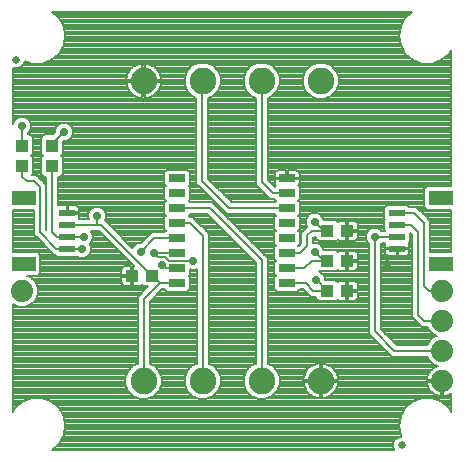
<source format=gtl>
G75*
%MOIN*%
%OFA0B0*%
%FSLAX25Y25*%
%IPPOS*%
%LPD*%
%AMOC8*
5,1,8,0,0,1.08239X$1,22.5*
%
%ADD10C,0.02500*%
%ADD11R,0.07874X0.04724*%
%ADD12R,0.05315X0.02362*%
%ADD13C,0.07400*%
%ADD14R,0.04331X0.03937*%
%ADD15R,0.03937X0.04331*%
%ADD16R,0.05500X0.02550*%
%ADD17C,0.08858*%
%ADD18C,0.00600*%
%ADD19C,0.00800*%
%ADD20C,0.02900*%
D10*
X0279833Y0203500D03*
X0151333Y0332000D03*
D11*
X0153865Y0286024D03*
X0153865Y0263976D03*
X0292802Y0263976D03*
X0292802Y0286024D03*
D12*
X0278333Y0280906D03*
X0278333Y0276969D03*
X0278333Y0273031D03*
X0278333Y0269094D03*
X0168333Y0269094D03*
X0168333Y0273031D03*
X0168333Y0276969D03*
X0168333Y0280906D03*
D13*
X0153333Y0255000D03*
X0293333Y0255000D03*
X0293333Y0245000D03*
X0293333Y0235000D03*
X0293333Y0225000D03*
D14*
X0261680Y0255000D03*
X0254987Y0255000D03*
X0254987Y0265000D03*
X0261680Y0265000D03*
X0261680Y0275000D03*
X0254987Y0275000D03*
X0196680Y0260000D03*
X0189987Y0260000D03*
D15*
X0163333Y0296654D03*
X0163333Y0303346D03*
X0153333Y0303346D03*
X0153333Y0296654D03*
D16*
X0205026Y0292500D03*
X0205026Y0287500D03*
X0205026Y0282500D03*
X0205026Y0277500D03*
X0205026Y0272500D03*
X0205026Y0267500D03*
X0205026Y0262500D03*
X0205026Y0257500D03*
X0241640Y0257500D03*
X0241640Y0262500D03*
X0241640Y0267500D03*
X0241640Y0272500D03*
X0241640Y0277500D03*
X0241640Y0282500D03*
X0241640Y0287500D03*
X0241640Y0292500D03*
D17*
X0233176Y0325000D03*
X0252861Y0325000D03*
X0213491Y0325000D03*
X0193806Y0325000D03*
X0193806Y0225000D03*
X0213491Y0225000D03*
X0233176Y0225000D03*
X0252861Y0225000D03*
D18*
X0197180Y0260500D02*
X0196680Y0260000D01*
D19*
X0165567Y0203930D02*
X0163267Y0202000D01*
X0277370Y0202000D01*
X0276983Y0202933D01*
X0276983Y0204067D01*
X0277417Y0205114D01*
X0278219Y0205916D01*
X0279266Y0206350D01*
X0279702Y0206350D01*
X0279459Y0206770D01*
X0279459Y0206770D01*
X0278890Y0210000D01*
X0278890Y0210000D01*
X0279459Y0213230D01*
X0279459Y0213230D01*
X0281099Y0216070D01*
X0281099Y0216070D01*
X0281099Y0216070D01*
X0283612Y0218178D01*
X0283612Y0218178D01*
X0286693Y0219300D01*
X0289973Y0219300D01*
X0293055Y0218178D01*
X0293055Y0218178D01*
X0295567Y0216070D01*
X0295567Y0216070D01*
X0296333Y0214744D01*
X0296333Y0220876D01*
X0296006Y0220638D01*
X0295291Y0220274D01*
X0294528Y0220026D01*
X0293735Y0219900D01*
X0293733Y0219900D01*
X0293733Y0224600D01*
X0292933Y0224600D01*
X0288233Y0224600D01*
X0288233Y0224599D01*
X0288359Y0223806D01*
X0288607Y0223042D01*
X0288971Y0222327D01*
X0289443Y0221678D01*
X0290011Y0221110D01*
X0290660Y0220638D01*
X0291376Y0220274D01*
X0292139Y0220026D01*
X0292932Y0219900D01*
X0292933Y0219900D01*
X0292933Y0224600D01*
X0292933Y0225400D01*
X0288233Y0225400D01*
X0288233Y0225401D01*
X0288359Y0226194D01*
X0288607Y0226958D01*
X0288971Y0227673D01*
X0289443Y0228322D01*
X0290011Y0228890D01*
X0290660Y0229362D01*
X0291376Y0229726D01*
X0291846Y0229879D01*
X0290331Y0230507D01*
X0288840Y0231998D01*
X0288425Y0233000D01*
X0276505Y0233000D01*
X0270005Y0239500D01*
X0268833Y0240672D01*
X0268833Y0270687D01*
X0268248Y0271272D01*
X0267783Y0272393D01*
X0267783Y0273607D01*
X0268248Y0274728D01*
X0269106Y0275586D01*
X0270227Y0276050D01*
X0271440Y0276050D01*
X0272561Y0275586D01*
X0273115Y0275031D01*
X0274169Y0275031D01*
X0274076Y0275125D01*
X0274076Y0278812D01*
X0274201Y0278937D01*
X0274076Y0279062D01*
X0274076Y0282749D01*
X0275013Y0283687D01*
X0281654Y0283687D01*
X0282435Y0282905D01*
X0284756Y0282905D01*
X0288162Y0279500D01*
X0289333Y0278328D01*
X0289333Y0267939D01*
X0296333Y0267939D01*
X0296333Y0282061D01*
X0288202Y0282061D01*
X0287265Y0282999D01*
X0287265Y0289049D01*
X0288202Y0289986D01*
X0296333Y0289986D01*
X0296333Y0335256D01*
X0295567Y0333930D01*
X0295567Y0333930D01*
X0295567Y0333930D01*
X0293055Y0331822D01*
X0293055Y0331822D01*
X0289973Y0330700D01*
X0286693Y0330700D01*
X0283612Y0331822D01*
X0283612Y0331822D01*
X0281099Y0333930D01*
X0281099Y0333930D01*
X0279459Y0336770D01*
X0279459Y0336770D01*
X0278890Y0340000D01*
X0278890Y0340000D01*
X0279459Y0343230D01*
X0281099Y0346070D01*
X0281099Y0346070D01*
X0283399Y0348000D01*
X0163267Y0348000D01*
X0165567Y0346070D01*
X0165567Y0346070D01*
X0167207Y0343230D01*
X0167207Y0343230D01*
X0167777Y0340000D01*
X0167207Y0336770D01*
X0167207Y0336770D01*
X0165567Y0333930D01*
X0165567Y0333930D01*
X0163055Y0331822D01*
X0163055Y0331822D01*
X0159973Y0330700D01*
X0156693Y0330700D01*
X0154183Y0331614D01*
X0154183Y0331433D01*
X0153749Y0330386D01*
X0152948Y0329584D01*
X0151900Y0329150D01*
X0150766Y0329150D01*
X0150333Y0329329D01*
X0150333Y0310727D01*
X0150748Y0311728D01*
X0151606Y0312586D01*
X0152727Y0313050D01*
X0153940Y0313050D01*
X0155061Y0312586D01*
X0155919Y0311728D01*
X0156383Y0310607D01*
X0156383Y0309393D01*
X0155919Y0308272D01*
X0155333Y0307687D01*
X0155333Y0307112D01*
X0155965Y0307112D01*
X0156902Y0306175D01*
X0156902Y0300518D01*
X0156383Y0300000D01*
X0156902Y0299482D01*
X0156902Y0293825D01*
X0156576Y0293500D01*
X0158162Y0293500D01*
X0159333Y0292328D01*
X0160162Y0291500D01*
X0160162Y0291500D01*
X0161333Y0290328D01*
X0161333Y0275328D01*
X0161333Y0275328D01*
X0161333Y0292888D01*
X0160702Y0292888D01*
X0159765Y0293825D01*
X0159765Y0299482D01*
X0160283Y0300000D01*
X0159765Y0300518D01*
X0159765Y0306175D01*
X0160702Y0307112D01*
X0163617Y0307112D01*
X0164283Y0307778D01*
X0164283Y0308607D01*
X0164748Y0309728D01*
X0165606Y0310586D01*
X0166727Y0311050D01*
X0167940Y0311050D01*
X0169061Y0310586D01*
X0169919Y0309728D01*
X0170383Y0308607D01*
X0170383Y0307393D01*
X0169919Y0306272D01*
X0169061Y0305414D01*
X0167940Y0304950D01*
X0167112Y0304950D01*
X0166902Y0304740D01*
X0166902Y0300518D01*
X0166383Y0300000D01*
X0166902Y0299482D01*
X0166902Y0293825D01*
X0165965Y0292888D01*
X0165333Y0292888D01*
X0165333Y0283444D01*
X0165492Y0283487D01*
X0168143Y0283487D01*
X0168143Y0281096D01*
X0168524Y0281096D01*
X0172391Y0281096D01*
X0172391Y0282271D01*
X0172295Y0282627D01*
X0172111Y0282946D01*
X0171850Y0283207D01*
X0171531Y0283391D01*
X0171175Y0283487D01*
X0168524Y0283487D01*
X0168524Y0281096D01*
X0168524Y0280715D01*
X0172391Y0280715D01*
X0172391Y0279540D01*
X0172295Y0279184D01*
X0172267Y0279136D01*
X0172435Y0278968D01*
X0175459Y0278968D01*
X0175283Y0279393D01*
X0175283Y0280607D01*
X0175748Y0281728D01*
X0176606Y0282586D01*
X0177727Y0283050D01*
X0178940Y0283050D01*
X0180061Y0282586D01*
X0180919Y0281728D01*
X0181383Y0280607D01*
X0181383Y0279393D01*
X0181012Y0278496D01*
X0181711Y0277797D01*
X0190109Y0269399D01*
X0190248Y0269735D01*
X0191106Y0270593D01*
X0192227Y0271057D01*
X0193055Y0271057D01*
X0196498Y0274500D01*
X0200738Y0274500D01*
X0201239Y0275000D01*
X0200676Y0275562D01*
X0200676Y0279438D01*
X0201239Y0280000D01*
X0200676Y0280562D01*
X0200676Y0284438D01*
X0201239Y0285000D01*
X0200676Y0285562D01*
X0200676Y0289438D01*
X0201239Y0290000D01*
X0200676Y0290562D01*
X0200676Y0294438D01*
X0201613Y0295375D01*
X0208439Y0295375D01*
X0209376Y0294438D01*
X0209376Y0290562D01*
X0208814Y0290000D01*
X0209376Y0289438D01*
X0209376Y0285562D01*
X0208814Y0285000D01*
X0209314Y0284500D01*
X0216662Y0284500D01*
X0217833Y0283328D01*
X0217833Y0283328D01*
X0234004Y0267157D01*
X0234004Y0267157D01*
X0235176Y0265986D01*
X0235176Y0230697D01*
X0236591Y0230111D01*
X0238287Y0228415D01*
X0239205Y0226199D01*
X0239205Y0223801D01*
X0238287Y0221585D01*
X0236591Y0219889D01*
X0234375Y0218971D01*
X0231977Y0218971D01*
X0229761Y0219889D01*
X0228065Y0221585D01*
X0227147Y0223801D01*
X0227147Y0226199D01*
X0228065Y0228415D01*
X0229761Y0230111D01*
X0231176Y0230697D01*
X0231176Y0264329D01*
X0215005Y0280500D01*
X0209314Y0280500D01*
X0208814Y0280000D01*
X0209314Y0279500D01*
X0210162Y0279500D01*
X0211333Y0278328D01*
X0215491Y0274171D01*
X0215491Y0230697D01*
X0216906Y0230111D01*
X0218602Y0228415D01*
X0219520Y0226199D01*
X0219520Y0223801D01*
X0218602Y0221585D01*
X0216906Y0219889D01*
X0214690Y0218971D01*
X0212292Y0218971D01*
X0210076Y0219889D01*
X0208380Y0221585D01*
X0207462Y0223801D01*
X0207462Y0226199D01*
X0208380Y0228415D01*
X0210076Y0230111D01*
X0211491Y0230697D01*
X0211491Y0262178D01*
X0210940Y0261950D01*
X0209727Y0261950D01*
X0209376Y0262095D01*
X0209376Y0260562D01*
X0208814Y0260000D01*
X0209376Y0259438D01*
X0209376Y0255562D01*
X0208439Y0254625D01*
X0201613Y0254625D01*
X0200739Y0255500D01*
X0200008Y0255500D01*
X0195806Y0251298D01*
X0195806Y0230697D01*
X0197221Y0230111D01*
X0198917Y0228415D01*
X0199835Y0226199D01*
X0199835Y0223801D01*
X0198917Y0221585D01*
X0197221Y0219889D01*
X0195005Y0218971D01*
X0192606Y0218971D01*
X0190391Y0219889D01*
X0188695Y0221585D01*
X0187777Y0223801D01*
X0187777Y0226199D01*
X0188695Y0228415D01*
X0190391Y0230111D01*
X0191806Y0230697D01*
X0191806Y0252954D01*
X0195283Y0256431D01*
X0193852Y0256431D01*
X0193192Y0257091D01*
X0193012Y0256911D01*
X0192693Y0256727D01*
X0192337Y0256631D01*
X0190387Y0256631D01*
X0190387Y0259600D01*
X0189587Y0259600D01*
X0189587Y0256631D01*
X0187637Y0256631D01*
X0187281Y0256727D01*
X0186962Y0256911D01*
X0186701Y0257172D01*
X0186517Y0257491D01*
X0186422Y0257847D01*
X0186422Y0259600D01*
X0189587Y0259600D01*
X0189587Y0260400D01*
X0189587Y0263368D01*
X0187637Y0263368D01*
X0187281Y0263273D01*
X0186962Y0263089D01*
X0186701Y0262828D01*
X0186517Y0262509D01*
X0186422Y0262153D01*
X0186422Y0260400D01*
X0189587Y0260400D01*
X0190387Y0260400D01*
X0190387Y0263368D01*
X0190483Y0263368D01*
X0178883Y0274969D01*
X0176178Y0274969D01*
X0176419Y0274728D01*
X0176883Y0273607D01*
X0176883Y0272393D01*
X0176419Y0271272D01*
X0175897Y0270750D01*
X0175919Y0270728D01*
X0176383Y0269607D01*
X0176383Y0268393D01*
X0175919Y0267272D01*
X0175061Y0266414D01*
X0173940Y0265950D01*
X0172727Y0265950D01*
X0171711Y0266371D01*
X0171654Y0266313D01*
X0165013Y0266313D01*
X0164232Y0267094D01*
X0163910Y0267094D01*
X0158505Y0272500D01*
X0157333Y0273672D01*
X0157333Y0282061D01*
X0150333Y0282061D01*
X0150333Y0267939D01*
X0158465Y0267939D01*
X0159402Y0267001D01*
X0159402Y0260951D01*
X0158465Y0260014D01*
X0155078Y0260014D01*
X0156336Y0259493D01*
X0157826Y0258002D01*
X0158633Y0256054D01*
X0158633Y0253946D01*
X0157826Y0251998D01*
X0156336Y0250507D01*
X0154388Y0249700D01*
X0152279Y0249700D01*
X0150333Y0250506D01*
X0150333Y0214744D01*
X0151099Y0216070D01*
X0151099Y0216070D01*
X0151099Y0216070D01*
X0153612Y0218178D01*
X0153612Y0218178D01*
X0156693Y0219300D01*
X0159973Y0219300D01*
X0163055Y0218178D01*
X0163055Y0218178D01*
X0165567Y0216070D01*
X0165567Y0216070D01*
X0167207Y0213230D01*
X0167207Y0213230D01*
X0167777Y0210000D01*
X0167777Y0210000D01*
X0167207Y0206770D01*
X0167207Y0206770D01*
X0165567Y0203930D01*
X0165567Y0203930D01*
X0165567Y0203930D01*
X0165604Y0203993D02*
X0276983Y0203993D01*
X0276983Y0203194D02*
X0164691Y0203194D01*
X0163739Y0202396D02*
X0277206Y0202396D01*
X0277283Y0204791D02*
X0166065Y0204791D01*
X0166526Y0205590D02*
X0277892Y0205590D01*
X0279680Y0206388D02*
X0166987Y0206388D01*
X0167281Y0207187D02*
X0279386Y0207187D01*
X0279245Y0207985D02*
X0167421Y0207985D01*
X0167562Y0208784D02*
X0279104Y0208784D01*
X0278964Y0209582D02*
X0167703Y0209582D01*
X0167710Y0210381D02*
X0278957Y0210381D01*
X0279098Y0211179D02*
X0167569Y0211179D01*
X0167428Y0211978D02*
X0279239Y0211978D01*
X0279379Y0212776D02*
X0167287Y0212776D01*
X0167008Y0213575D02*
X0279658Y0213575D01*
X0280120Y0214373D02*
X0166547Y0214373D01*
X0166086Y0215172D02*
X0280581Y0215172D01*
X0281042Y0215970D02*
X0165625Y0215970D01*
X0164735Y0216769D02*
X0281932Y0216769D01*
X0282883Y0217567D02*
X0163783Y0217567D01*
X0162540Y0218366D02*
X0284127Y0218366D01*
X0286321Y0219164D02*
X0234842Y0219164D01*
X0236665Y0219963D02*
X0249907Y0219963D01*
X0249806Y0220014D02*
X0250623Y0219598D01*
X0251496Y0219314D01*
X0252402Y0219171D01*
X0252461Y0219171D01*
X0252461Y0224600D01*
X0253261Y0224600D01*
X0253261Y0225400D01*
X0258690Y0225400D01*
X0258690Y0225459D01*
X0258546Y0226365D01*
X0258263Y0227238D01*
X0257846Y0228055D01*
X0257307Y0228797D01*
X0256658Y0229446D01*
X0255916Y0229986D01*
X0255098Y0230402D01*
X0254226Y0230686D01*
X0253320Y0230829D01*
X0253261Y0230829D01*
X0253261Y0225400D01*
X0252461Y0225400D01*
X0252461Y0230829D01*
X0252402Y0230829D01*
X0251496Y0230686D01*
X0250623Y0230402D01*
X0249806Y0229986D01*
X0249063Y0229446D01*
X0248415Y0228797D01*
X0247875Y0228055D01*
X0247459Y0227238D01*
X0247175Y0226365D01*
X0247032Y0225459D01*
X0247032Y0225400D01*
X0252461Y0225400D01*
X0252461Y0224600D01*
X0247032Y0224600D01*
X0247032Y0224541D01*
X0247175Y0223635D01*
X0247459Y0222762D01*
X0247875Y0221945D01*
X0248415Y0221203D01*
X0249063Y0220554D01*
X0249806Y0220014D01*
X0248856Y0220761D02*
X0237464Y0220761D01*
X0238262Y0221560D02*
X0248155Y0221560D01*
X0247665Y0222358D02*
X0238608Y0222358D01*
X0238938Y0223157D02*
X0247331Y0223157D01*
X0247125Y0223955D02*
X0239205Y0223955D01*
X0239205Y0224754D02*
X0252461Y0224754D01*
X0252461Y0225552D02*
X0253261Y0225552D01*
X0253261Y0224754D02*
X0292933Y0224754D01*
X0292933Y0223955D02*
X0293733Y0223955D01*
X0293733Y0223157D02*
X0292933Y0223157D01*
X0292933Y0222358D02*
X0293733Y0222358D01*
X0293733Y0221560D02*
X0292933Y0221560D01*
X0292933Y0220761D02*
X0293733Y0220761D01*
X0293733Y0219963D02*
X0292933Y0219963D01*
X0292536Y0219963D02*
X0255815Y0219963D01*
X0255916Y0220014D02*
X0256658Y0220554D01*
X0257307Y0221203D01*
X0257846Y0221945D01*
X0258263Y0222762D01*
X0258546Y0223635D01*
X0258690Y0224541D01*
X0258690Y0224600D01*
X0253261Y0224600D01*
X0253261Y0219171D01*
X0253320Y0219171D01*
X0254226Y0219314D01*
X0255098Y0219598D01*
X0255916Y0220014D01*
X0256866Y0220761D02*
X0290491Y0220761D01*
X0289561Y0221560D02*
X0257567Y0221560D01*
X0258057Y0222358D02*
X0288955Y0222358D01*
X0288570Y0223157D02*
X0258391Y0223157D01*
X0258597Y0223955D02*
X0288335Y0223955D01*
X0288257Y0225552D02*
X0258675Y0225552D01*
X0258549Y0226351D02*
X0288410Y0226351D01*
X0288705Y0227149D02*
X0258292Y0227149D01*
X0257901Y0227948D02*
X0289171Y0227948D01*
X0289867Y0228746D02*
X0257344Y0228746D01*
X0256522Y0229545D02*
X0291020Y0229545D01*
X0290726Y0230343D02*
X0255214Y0230343D01*
X0253261Y0230343D02*
X0252461Y0230343D01*
X0252461Y0229545D02*
X0253261Y0229545D01*
X0253261Y0228746D02*
X0252461Y0228746D01*
X0252461Y0227948D02*
X0253261Y0227948D01*
X0253261Y0227149D02*
X0252461Y0227149D01*
X0252461Y0226351D02*
X0253261Y0226351D01*
X0253261Y0223955D02*
X0252461Y0223955D01*
X0252461Y0223157D02*
X0253261Y0223157D01*
X0253261Y0222358D02*
X0252461Y0222358D01*
X0252461Y0221560D02*
X0253261Y0221560D01*
X0253261Y0220761D02*
X0252461Y0220761D01*
X0252461Y0219963D02*
X0253261Y0219963D01*
X0247047Y0225552D02*
X0239205Y0225552D01*
X0239142Y0226351D02*
X0247173Y0226351D01*
X0247430Y0227149D02*
X0238811Y0227149D01*
X0238481Y0227948D02*
X0247821Y0227948D01*
X0248378Y0228746D02*
X0237956Y0228746D01*
X0237157Y0229545D02*
X0249199Y0229545D01*
X0250508Y0230343D02*
X0236031Y0230343D01*
X0235176Y0231142D02*
X0289696Y0231142D01*
X0288898Y0231940D02*
X0235176Y0231940D01*
X0235176Y0232739D02*
X0288533Y0232739D01*
X0288425Y0237000D02*
X0278162Y0237000D01*
X0272833Y0242328D01*
X0272833Y0270687D01*
X0273178Y0271031D01*
X0274232Y0271031D01*
X0274399Y0270864D01*
X0274371Y0270816D01*
X0274276Y0270460D01*
X0274276Y0269285D01*
X0278143Y0269285D01*
X0278143Y0268904D01*
X0278524Y0268904D01*
X0278524Y0269285D01*
X0282391Y0269285D01*
X0282391Y0270460D01*
X0282295Y0270816D01*
X0282267Y0270864D01*
X0282591Y0271188D01*
X0282591Y0274414D01*
X0283333Y0273672D01*
X0283333Y0246172D01*
X0284505Y0245000D01*
X0285333Y0244172D01*
X0285333Y0244172D01*
X0286505Y0243000D01*
X0288425Y0243000D01*
X0288840Y0241998D01*
X0290331Y0240507D01*
X0291555Y0240000D01*
X0290331Y0239493D01*
X0288840Y0238002D01*
X0288425Y0237000D01*
X0288645Y0237530D02*
X0277632Y0237530D01*
X0276833Y0238329D02*
X0289167Y0238329D01*
X0289965Y0239127D02*
X0276035Y0239127D01*
X0275236Y0239926D02*
X0291375Y0239926D01*
X0290114Y0240724D02*
X0274438Y0240724D01*
X0273639Y0241523D02*
X0289315Y0241523D01*
X0288706Y0242321D02*
X0272841Y0242321D01*
X0272833Y0243120D02*
X0286385Y0243120D01*
X0285587Y0243918D02*
X0272833Y0243918D01*
X0272833Y0244717D02*
X0284788Y0244717D01*
X0284505Y0245000D02*
X0284505Y0245000D01*
X0283990Y0245515D02*
X0272833Y0245515D01*
X0272833Y0246314D02*
X0283333Y0246314D01*
X0283333Y0247112D02*
X0272833Y0247112D01*
X0272833Y0247911D02*
X0283333Y0247911D01*
X0283333Y0248709D02*
X0272833Y0248709D01*
X0272833Y0249508D02*
X0283333Y0249508D01*
X0283333Y0250306D02*
X0272833Y0250306D01*
X0272833Y0251105D02*
X0283333Y0251105D01*
X0283333Y0251903D02*
X0272833Y0251903D01*
X0272833Y0252702D02*
X0283333Y0252702D01*
X0283333Y0253500D02*
X0272833Y0253500D01*
X0272833Y0254299D02*
X0283333Y0254299D01*
X0283333Y0255097D02*
X0272833Y0255097D01*
X0272833Y0255896D02*
X0283333Y0255896D01*
X0283333Y0256694D02*
X0272833Y0256694D01*
X0272833Y0257493D02*
X0283333Y0257493D01*
X0283333Y0258291D02*
X0272833Y0258291D01*
X0272833Y0259090D02*
X0283333Y0259090D01*
X0283333Y0259888D02*
X0272833Y0259888D01*
X0272833Y0260687D02*
X0283333Y0260687D01*
X0283333Y0261485D02*
X0272833Y0261485D01*
X0272833Y0262284D02*
X0283333Y0262284D01*
X0283333Y0263082D02*
X0272833Y0263082D01*
X0272833Y0263881D02*
X0283333Y0263881D01*
X0283333Y0264679D02*
X0272833Y0264679D01*
X0272833Y0265478D02*
X0283333Y0265478D01*
X0283333Y0266276D02*
X0272833Y0266276D01*
X0272833Y0267075D02*
X0274543Y0267075D01*
X0274556Y0267054D02*
X0274816Y0266793D01*
X0275135Y0266609D01*
X0275492Y0266513D01*
X0278143Y0266513D01*
X0278143Y0268904D01*
X0274276Y0268904D01*
X0274276Y0267729D01*
X0274371Y0267373D01*
X0274556Y0267054D01*
X0274276Y0267873D02*
X0272833Y0267873D01*
X0272833Y0268672D02*
X0274276Y0268672D01*
X0274276Y0269470D02*
X0272833Y0269470D01*
X0272833Y0270269D02*
X0274276Y0270269D01*
X0278143Y0268672D02*
X0278524Y0268672D01*
X0278524Y0268904D02*
X0278524Y0266513D01*
X0281175Y0266513D01*
X0281531Y0266609D01*
X0281850Y0266793D01*
X0282111Y0267054D01*
X0282295Y0267373D01*
X0282391Y0267729D01*
X0282391Y0268904D01*
X0278524Y0268904D01*
X0278524Y0267873D02*
X0278143Y0267873D01*
X0278143Y0267075D02*
X0278524Y0267075D01*
X0282123Y0267075D02*
X0283333Y0267075D01*
X0283333Y0267873D02*
X0282391Y0267873D01*
X0282391Y0268672D02*
X0283333Y0268672D01*
X0283333Y0269470D02*
X0282391Y0269470D01*
X0282391Y0270269D02*
X0283333Y0270269D01*
X0283333Y0271068D02*
X0282471Y0271068D01*
X0282591Y0271866D02*
X0283333Y0271866D01*
X0283333Y0272665D02*
X0282591Y0272665D01*
X0282591Y0273463D02*
X0283333Y0273463D01*
X0282743Y0274262D02*
X0282591Y0274262D01*
X0282865Y0276969D02*
X0278333Y0276969D01*
X0278333Y0280906D02*
X0283928Y0280906D01*
X0287333Y0277500D01*
X0287333Y0256500D01*
X0288833Y0255000D01*
X0293333Y0255000D01*
X0285333Y0247000D02*
X0285333Y0274500D01*
X0282865Y0276969D01*
X0287012Y0280650D02*
X0296333Y0280650D01*
X0296333Y0281448D02*
X0286214Y0281448D01*
X0285415Y0282247D02*
X0288017Y0282247D01*
X0287265Y0283045D02*
X0282295Y0283045D01*
X0287265Y0283844D02*
X0245990Y0283844D01*
X0245990Y0284438D02*
X0245428Y0285000D01*
X0245990Y0285562D01*
X0245990Y0289438D01*
X0245287Y0290141D01*
X0245511Y0290365D01*
X0245695Y0290685D01*
X0245790Y0291041D01*
X0245790Y0292262D01*
X0241878Y0292262D01*
X0241878Y0292738D01*
X0241403Y0292738D01*
X0241403Y0295175D01*
X0238706Y0295175D01*
X0238350Y0295080D01*
X0238031Y0294895D01*
X0237770Y0294635D01*
X0237586Y0294315D01*
X0237490Y0293959D01*
X0237490Y0292738D01*
X0241403Y0292738D01*
X0241403Y0292262D01*
X0237490Y0292262D01*
X0237490Y0291041D01*
X0237586Y0290685D01*
X0237770Y0290365D01*
X0237994Y0290141D01*
X0237507Y0289655D01*
X0235176Y0291986D01*
X0235176Y0319303D01*
X0236591Y0319889D01*
X0238287Y0321585D01*
X0239205Y0323801D01*
X0239205Y0326199D01*
X0238287Y0328415D01*
X0236591Y0330111D01*
X0234375Y0331029D01*
X0231977Y0331029D01*
X0229761Y0330111D01*
X0228065Y0328415D01*
X0227147Y0326199D01*
X0227147Y0323801D01*
X0228065Y0321585D01*
X0229761Y0319889D01*
X0231176Y0319303D01*
X0231176Y0290329D01*
X0236005Y0285500D01*
X0237353Y0285500D01*
X0237853Y0285000D01*
X0237353Y0284500D01*
X0223162Y0284500D01*
X0215333Y0292328D01*
X0215333Y0319237D01*
X0216906Y0319889D01*
X0218602Y0321585D01*
X0219520Y0323801D01*
X0219520Y0326199D01*
X0218602Y0328415D01*
X0216906Y0330111D01*
X0214690Y0331029D01*
X0212292Y0331029D01*
X0210076Y0330111D01*
X0208380Y0328415D01*
X0207462Y0326199D01*
X0207462Y0323801D01*
X0208380Y0321585D01*
X0210076Y0319889D01*
X0211333Y0319368D01*
X0211333Y0290672D01*
X0212505Y0289500D01*
X0221505Y0280500D01*
X0237353Y0280500D01*
X0237853Y0280000D01*
X0237290Y0279438D01*
X0237290Y0275562D01*
X0237853Y0275000D01*
X0237290Y0274438D01*
X0237290Y0270562D01*
X0237853Y0270000D01*
X0237290Y0269438D01*
X0237290Y0265562D01*
X0237853Y0265000D01*
X0237290Y0264438D01*
X0237290Y0260562D01*
X0237853Y0260000D01*
X0237290Y0259438D01*
X0237290Y0255562D01*
X0238228Y0254625D01*
X0245053Y0254625D01*
X0245928Y0255500D01*
X0247005Y0255500D01*
X0248333Y0254172D01*
X0249505Y0253000D01*
X0251222Y0253000D01*
X0251222Y0252369D01*
X0252159Y0251431D01*
X0257815Y0251431D01*
X0258475Y0252091D01*
X0258655Y0251911D01*
X0258974Y0251727D01*
X0259330Y0251631D01*
X0261280Y0251631D01*
X0261280Y0254600D01*
X0262080Y0254600D01*
X0262080Y0255400D01*
X0265245Y0255400D01*
X0265245Y0257153D01*
X0265150Y0257509D01*
X0264965Y0257828D01*
X0264705Y0258089D01*
X0264386Y0258273D01*
X0264029Y0258368D01*
X0262080Y0258368D01*
X0262080Y0255400D01*
X0261280Y0255400D01*
X0261280Y0258368D01*
X0259330Y0258368D01*
X0258974Y0258273D01*
X0258655Y0258089D01*
X0258475Y0257909D01*
X0257815Y0258568D01*
X0254383Y0258568D01*
X0254383Y0259107D01*
X0253919Y0260228D01*
X0253061Y0261086D01*
X0252226Y0261431D01*
X0257815Y0261431D01*
X0258475Y0262091D01*
X0258655Y0261911D01*
X0258974Y0261727D01*
X0259330Y0261631D01*
X0261280Y0261631D01*
X0261280Y0264600D01*
X0262080Y0264600D01*
X0262080Y0265400D01*
X0265245Y0265400D01*
X0265245Y0267153D01*
X0265150Y0267509D01*
X0264965Y0267828D01*
X0264705Y0268089D01*
X0264386Y0268273D01*
X0264029Y0268368D01*
X0262080Y0268368D01*
X0262080Y0265400D01*
X0261280Y0265400D01*
X0261280Y0268368D01*
X0259330Y0268368D01*
X0258974Y0268273D01*
X0258655Y0268089D01*
X0258475Y0267909D01*
X0257815Y0268568D01*
X0253883Y0268568D01*
X0253883Y0268607D01*
X0253419Y0269728D01*
X0252561Y0270586D01*
X0251440Y0271050D01*
X0250333Y0271050D01*
X0250333Y0272672D01*
X0250662Y0273000D01*
X0251222Y0273000D01*
X0251222Y0272369D01*
X0252159Y0271431D01*
X0257815Y0271431D01*
X0258475Y0272091D01*
X0258655Y0271911D01*
X0258974Y0271727D01*
X0259330Y0271631D01*
X0261280Y0271631D01*
X0261280Y0274600D01*
X0262080Y0274600D01*
X0262080Y0275400D01*
X0265245Y0275400D01*
X0265245Y0277153D01*
X0265150Y0277509D01*
X0264965Y0277828D01*
X0264705Y0278089D01*
X0264386Y0278273D01*
X0264029Y0278368D01*
X0262080Y0278368D01*
X0262080Y0275400D01*
X0261280Y0275400D01*
X0261280Y0278368D01*
X0259330Y0278368D01*
X0258974Y0278273D01*
X0258655Y0278089D01*
X0258475Y0277909D01*
X0257815Y0278568D01*
X0253883Y0278568D01*
X0253883Y0278607D01*
X0253419Y0279728D01*
X0252561Y0280586D01*
X0251440Y0281050D01*
X0250227Y0281050D01*
X0249106Y0280586D01*
X0248248Y0279728D01*
X0247783Y0278607D01*
X0247783Y0277393D01*
X0248248Y0276272D01*
X0248262Y0276258D01*
X0247833Y0275828D01*
X0246333Y0274328D01*
X0246333Y0270828D01*
X0245467Y0269962D01*
X0245428Y0270000D01*
X0245990Y0270562D01*
X0245990Y0274438D01*
X0245428Y0275000D01*
X0245990Y0275562D01*
X0245990Y0279438D01*
X0245428Y0280000D01*
X0245990Y0280562D01*
X0245990Y0284438D01*
X0245786Y0284642D02*
X0287265Y0284642D01*
X0287265Y0285441D02*
X0245869Y0285441D01*
X0245990Y0286239D02*
X0287265Y0286239D01*
X0287265Y0287038D02*
X0245990Y0287038D01*
X0245990Y0287836D02*
X0287265Y0287836D01*
X0287265Y0288635D02*
X0245990Y0288635D01*
X0245990Y0289433D02*
X0287650Y0289433D01*
X0296333Y0290232D02*
X0245377Y0290232D01*
X0245788Y0291030D02*
X0296333Y0291030D01*
X0296333Y0291829D02*
X0245790Y0291829D01*
X0245790Y0292738D02*
X0245790Y0293959D01*
X0245695Y0294315D01*
X0245511Y0294635D01*
X0245250Y0294895D01*
X0244931Y0295080D01*
X0244575Y0295175D01*
X0241878Y0295175D01*
X0241878Y0292738D01*
X0245790Y0292738D01*
X0245790Y0293426D02*
X0296333Y0293426D01*
X0296333Y0294224D02*
X0245719Y0294224D01*
X0245029Y0295023D02*
X0296333Y0295023D01*
X0296333Y0295821D02*
X0235176Y0295821D01*
X0235176Y0295023D02*
X0238252Y0295023D01*
X0237561Y0294224D02*
X0235176Y0294224D01*
X0235176Y0293426D02*
X0237490Y0293426D01*
X0237490Y0291829D02*
X0235333Y0291829D01*
X0235176Y0292627D02*
X0241403Y0292627D01*
X0241878Y0292627D02*
X0296333Y0292627D01*
X0296333Y0296620D02*
X0235176Y0296620D01*
X0235176Y0297418D02*
X0296333Y0297418D01*
X0296333Y0298217D02*
X0235176Y0298217D01*
X0235176Y0299015D02*
X0296333Y0299015D01*
X0296333Y0299814D02*
X0235176Y0299814D01*
X0235176Y0300612D02*
X0296333Y0300612D01*
X0296333Y0301411D02*
X0235176Y0301411D01*
X0235176Y0302209D02*
X0296333Y0302209D01*
X0296333Y0303008D02*
X0235176Y0303008D01*
X0235176Y0303806D02*
X0296333Y0303806D01*
X0296333Y0304605D02*
X0235176Y0304605D01*
X0235176Y0305403D02*
X0296333Y0305403D01*
X0296333Y0306202D02*
X0235176Y0306202D01*
X0235176Y0307001D02*
X0296333Y0307001D01*
X0296333Y0307799D02*
X0235176Y0307799D01*
X0235176Y0308598D02*
X0296333Y0308598D01*
X0296333Y0309396D02*
X0235176Y0309396D01*
X0235176Y0310195D02*
X0296333Y0310195D01*
X0296333Y0310993D02*
X0235176Y0310993D01*
X0235176Y0311792D02*
X0296333Y0311792D01*
X0296333Y0312590D02*
X0235176Y0312590D01*
X0235176Y0313389D02*
X0296333Y0313389D01*
X0296333Y0314187D02*
X0235176Y0314187D01*
X0235176Y0314986D02*
X0296333Y0314986D01*
X0296333Y0315784D02*
X0235176Y0315784D01*
X0235176Y0316583D02*
X0296333Y0316583D01*
X0296333Y0317381D02*
X0235176Y0317381D01*
X0235176Y0318180D02*
X0296333Y0318180D01*
X0296333Y0318978D02*
X0254078Y0318978D01*
X0254060Y0318971D02*
X0256276Y0319889D01*
X0257972Y0321585D01*
X0258890Y0323801D01*
X0258890Y0326199D01*
X0257972Y0328415D01*
X0256276Y0330111D01*
X0254060Y0331029D01*
X0251662Y0331029D01*
X0249446Y0330111D01*
X0247750Y0328415D01*
X0246832Y0326199D01*
X0246832Y0323801D01*
X0247750Y0321585D01*
X0249446Y0319889D01*
X0251662Y0318971D01*
X0254060Y0318971D01*
X0256006Y0319777D02*
X0296333Y0319777D01*
X0296333Y0320575D02*
X0256963Y0320575D01*
X0257761Y0321374D02*
X0296333Y0321374D01*
X0296333Y0322172D02*
X0258215Y0322172D01*
X0258546Y0322971D02*
X0296333Y0322971D01*
X0296333Y0323769D02*
X0258877Y0323769D01*
X0258890Y0324568D02*
X0296333Y0324568D01*
X0296333Y0325366D02*
X0258890Y0325366D01*
X0258890Y0326165D02*
X0296333Y0326165D01*
X0296333Y0326963D02*
X0258574Y0326963D01*
X0258243Y0327762D02*
X0296333Y0327762D01*
X0296333Y0328560D02*
X0257827Y0328560D01*
X0257029Y0329359D02*
X0296333Y0329359D01*
X0296333Y0330157D02*
X0256165Y0330157D01*
X0254237Y0330956D02*
X0285991Y0330956D01*
X0283797Y0331754D02*
X0162870Y0331754D01*
X0163926Y0332553D02*
X0282740Y0332553D01*
X0281789Y0333351D02*
X0164878Y0333351D01*
X0165694Y0334150D02*
X0280972Y0334150D01*
X0280511Y0334948D02*
X0166155Y0334948D01*
X0166616Y0335747D02*
X0280050Y0335747D01*
X0279589Y0336545D02*
X0167078Y0336545D01*
X0167308Y0337344D02*
X0279358Y0337344D01*
X0279217Y0338142D02*
X0167449Y0338142D01*
X0167590Y0338941D02*
X0279077Y0338941D01*
X0278936Y0339739D02*
X0167731Y0339739D01*
X0167682Y0340538D02*
X0278985Y0340538D01*
X0279126Y0341337D02*
X0167541Y0341337D01*
X0167400Y0342135D02*
X0279266Y0342135D01*
X0279407Y0342934D02*
X0167260Y0342934D01*
X0166917Y0343732D02*
X0279749Y0343732D01*
X0280210Y0344531D02*
X0166456Y0344531D01*
X0165995Y0345329D02*
X0280671Y0345329D01*
X0281168Y0346128D02*
X0165499Y0346128D01*
X0164547Y0346926D02*
X0282119Y0346926D01*
X0283071Y0347725D02*
X0163596Y0347725D01*
X0160676Y0330956D02*
X0212115Y0330956D01*
X0210187Y0330157D02*
X0196524Y0330157D01*
X0196861Y0329986D02*
X0196043Y0330402D01*
X0195171Y0330686D01*
X0194265Y0330829D01*
X0194206Y0330829D01*
X0194206Y0325400D01*
X0199635Y0325400D01*
X0199635Y0325459D01*
X0199491Y0326365D01*
X0199208Y0327238D01*
X0198791Y0328055D01*
X0198252Y0328797D01*
X0197603Y0329446D01*
X0196861Y0329986D01*
X0197691Y0329359D02*
X0209323Y0329359D01*
X0208525Y0328560D02*
X0198424Y0328560D01*
X0198941Y0327762D02*
X0208109Y0327762D01*
X0207778Y0326963D02*
X0199297Y0326963D01*
X0199523Y0326165D02*
X0207462Y0326165D01*
X0207462Y0325366D02*
X0194206Y0325366D01*
X0194206Y0325400D02*
X0194206Y0324600D01*
X0199635Y0324600D01*
X0199635Y0324541D01*
X0199491Y0323635D01*
X0199208Y0322762D01*
X0198791Y0321945D01*
X0198252Y0321203D01*
X0197603Y0320554D01*
X0196861Y0320014D01*
X0196043Y0319598D01*
X0195171Y0319314D01*
X0194265Y0319171D01*
X0194206Y0319171D01*
X0194206Y0324600D01*
X0193406Y0324600D01*
X0193406Y0319171D01*
X0193347Y0319171D01*
X0192441Y0319314D01*
X0191568Y0319598D01*
X0190751Y0320014D01*
X0190008Y0320554D01*
X0189360Y0321203D01*
X0188820Y0321945D01*
X0188404Y0322762D01*
X0188120Y0323635D01*
X0187977Y0324541D01*
X0187977Y0324600D01*
X0193406Y0324600D01*
X0193406Y0325400D01*
X0193406Y0330829D01*
X0193347Y0330829D01*
X0192441Y0330686D01*
X0191568Y0330402D01*
X0190751Y0329986D01*
X0190008Y0329446D01*
X0189360Y0328797D01*
X0188820Y0328055D01*
X0188404Y0327238D01*
X0188120Y0326365D01*
X0187977Y0325459D01*
X0187977Y0325400D01*
X0193406Y0325400D01*
X0194206Y0325400D01*
X0194206Y0326165D02*
X0193406Y0326165D01*
X0193406Y0326963D02*
X0194206Y0326963D01*
X0194206Y0327762D02*
X0193406Y0327762D01*
X0193406Y0328560D02*
X0194206Y0328560D01*
X0194206Y0329359D02*
X0193406Y0329359D01*
X0193406Y0330157D02*
X0194206Y0330157D01*
X0191088Y0330157D02*
X0153521Y0330157D01*
X0153986Y0330956D02*
X0155991Y0330956D01*
X0152404Y0329359D02*
X0189921Y0329359D01*
X0189187Y0328560D02*
X0150333Y0328560D01*
X0150333Y0327762D02*
X0188671Y0327762D01*
X0188315Y0326963D02*
X0150333Y0326963D01*
X0150333Y0326165D02*
X0188088Y0326165D01*
X0187977Y0324568D02*
X0150333Y0324568D01*
X0150333Y0325366D02*
X0193406Y0325366D01*
X0193406Y0324568D02*
X0194206Y0324568D01*
X0194206Y0323769D02*
X0193406Y0323769D01*
X0193406Y0322971D02*
X0194206Y0322971D01*
X0194206Y0322172D02*
X0193406Y0322172D01*
X0193406Y0321374D02*
X0194206Y0321374D01*
X0194206Y0320575D02*
X0193406Y0320575D01*
X0193406Y0319777D02*
X0194206Y0319777D01*
X0196394Y0319777D02*
X0210346Y0319777D01*
X0209389Y0320575D02*
X0197625Y0320575D01*
X0198376Y0321374D02*
X0208591Y0321374D01*
X0208136Y0322172D02*
X0198907Y0322172D01*
X0199276Y0322971D02*
X0207805Y0322971D01*
X0207475Y0323769D02*
X0199513Y0323769D01*
X0199635Y0324568D02*
X0207462Y0324568D01*
X0213333Y0324843D02*
X0213491Y0325000D01*
X0213333Y0324843D02*
X0213333Y0291500D01*
X0222333Y0282500D01*
X0241640Y0282500D01*
X0245990Y0282247D02*
X0274076Y0282247D01*
X0274076Y0281448D02*
X0245990Y0281448D01*
X0245990Y0280650D02*
X0249260Y0280650D01*
X0248371Y0279851D02*
X0245577Y0279851D01*
X0245990Y0279053D02*
X0247968Y0279053D01*
X0247783Y0278254D02*
X0245990Y0278254D01*
X0245990Y0277456D02*
X0247783Y0277456D01*
X0248088Y0276657D02*
X0245990Y0276657D01*
X0245990Y0275859D02*
X0247863Y0275859D01*
X0247065Y0275060D02*
X0245488Y0275060D01*
X0245990Y0274262D02*
X0246333Y0274262D01*
X0246333Y0273463D02*
X0245990Y0273463D01*
X0245990Y0272665D02*
X0246333Y0272665D01*
X0246333Y0271866D02*
X0245990Y0271866D01*
X0245990Y0271068D02*
X0246333Y0271068D01*
X0245774Y0270269D02*
X0245697Y0270269D01*
X0248333Y0270000D02*
X0248333Y0273500D01*
X0249833Y0275000D01*
X0254987Y0275000D01*
X0253833Y0275000D01*
X0250833Y0278000D01*
X0253699Y0279053D02*
X0274085Y0279053D01*
X0274076Y0279851D02*
X0253296Y0279851D01*
X0252407Y0280650D02*
X0274076Y0280650D01*
X0274076Y0278254D02*
X0264418Y0278254D01*
X0265164Y0277456D02*
X0274076Y0277456D01*
X0274076Y0276657D02*
X0265245Y0276657D01*
X0265245Y0275859D02*
X0269765Y0275859D01*
X0268580Y0275060D02*
X0262080Y0275060D01*
X0262080Y0274600D02*
X0265245Y0274600D01*
X0265245Y0272847D01*
X0265150Y0272491D01*
X0264965Y0272172D01*
X0264705Y0271911D01*
X0264386Y0271727D01*
X0264029Y0271631D01*
X0262080Y0271631D01*
X0262080Y0274600D01*
X0262080Y0274262D02*
X0261280Y0274262D01*
X0261280Y0273463D02*
X0262080Y0273463D01*
X0262080Y0272665D02*
X0261280Y0272665D01*
X0261280Y0271866D02*
X0262080Y0271866D01*
X0264626Y0271866D02*
X0268002Y0271866D01*
X0267783Y0272665D02*
X0265196Y0272665D01*
X0265245Y0273463D02*
X0267783Y0273463D01*
X0268055Y0274262D02*
X0265245Y0274262D01*
X0262080Y0275859D02*
X0261280Y0275859D01*
X0261280Y0276657D02*
X0262080Y0276657D01*
X0262080Y0277456D02*
X0261280Y0277456D01*
X0261280Y0278254D02*
X0262080Y0278254D01*
X0258941Y0278254D02*
X0258129Y0278254D01*
X0258249Y0271866D02*
X0258733Y0271866D01*
X0261280Y0267873D02*
X0262080Y0267873D01*
X0262080Y0267075D02*
X0261280Y0267075D01*
X0261280Y0266276D02*
X0262080Y0266276D01*
X0262080Y0265478D02*
X0261280Y0265478D01*
X0262080Y0264679D02*
X0268833Y0264679D01*
X0268833Y0263881D02*
X0265245Y0263881D01*
X0265245Y0264600D02*
X0262080Y0264600D01*
X0262080Y0261631D01*
X0264029Y0261631D01*
X0264386Y0261727D01*
X0264705Y0261911D01*
X0264965Y0262172D01*
X0265150Y0262491D01*
X0265245Y0262847D01*
X0265245Y0264600D01*
X0265245Y0265478D02*
X0268833Y0265478D01*
X0268833Y0266276D02*
X0265245Y0266276D01*
X0265245Y0267075D02*
X0268833Y0267075D01*
X0268833Y0267873D02*
X0264920Y0267873D01*
X0268833Y0268672D02*
X0253856Y0268672D01*
X0253526Y0269470D02*
X0268833Y0269470D01*
X0268833Y0270269D02*
X0252878Y0270269D01*
X0251724Y0271866D02*
X0250333Y0271866D01*
X0250333Y0271068D02*
X0268452Y0271068D01*
X0270833Y0273000D02*
X0270833Y0241500D01*
X0277333Y0235000D01*
X0293333Y0235000D01*
X0293333Y0245000D02*
X0287333Y0245000D01*
X0285333Y0247000D01*
X0272773Y0236732D02*
X0235176Y0236732D01*
X0235176Y0237530D02*
X0271975Y0237530D01*
X0271176Y0238329D02*
X0235176Y0238329D01*
X0235176Y0239127D02*
X0270378Y0239127D01*
X0269579Y0239926D02*
X0235176Y0239926D01*
X0235176Y0240724D02*
X0268833Y0240724D01*
X0268833Y0241523D02*
X0235176Y0241523D01*
X0235176Y0242321D02*
X0268833Y0242321D01*
X0268833Y0243120D02*
X0235176Y0243120D01*
X0235176Y0243918D02*
X0268833Y0243918D01*
X0268833Y0244717D02*
X0235176Y0244717D01*
X0235176Y0245515D02*
X0268833Y0245515D01*
X0268833Y0246314D02*
X0235176Y0246314D01*
X0235176Y0247112D02*
X0268833Y0247112D01*
X0268833Y0247911D02*
X0235176Y0247911D01*
X0235176Y0248709D02*
X0268833Y0248709D01*
X0268833Y0249508D02*
X0235176Y0249508D01*
X0235176Y0250306D02*
X0268833Y0250306D01*
X0268833Y0251105D02*
X0235176Y0251105D01*
X0235176Y0251903D02*
X0251687Y0251903D01*
X0251222Y0252702D02*
X0235176Y0252702D01*
X0235176Y0253500D02*
X0249005Y0253500D01*
X0248206Y0254299D02*
X0235176Y0254299D01*
X0235176Y0255097D02*
X0237755Y0255097D01*
X0237290Y0255896D02*
X0235176Y0255896D01*
X0235176Y0256694D02*
X0237290Y0256694D01*
X0237290Y0257493D02*
X0235176Y0257493D01*
X0235176Y0258291D02*
X0237290Y0258291D01*
X0237290Y0259090D02*
X0235176Y0259090D01*
X0235176Y0259888D02*
X0237741Y0259888D01*
X0237290Y0260687D02*
X0235176Y0260687D01*
X0235176Y0261485D02*
X0237290Y0261485D01*
X0237290Y0262284D02*
X0235176Y0262284D01*
X0235176Y0263082D02*
X0237290Y0263082D01*
X0237290Y0263881D02*
X0235176Y0263881D01*
X0235176Y0264679D02*
X0237532Y0264679D01*
X0237375Y0265478D02*
X0235176Y0265478D01*
X0234885Y0266276D02*
X0237290Y0266276D01*
X0237290Y0267075D02*
X0234087Y0267075D01*
X0233288Y0267873D02*
X0237290Y0267873D01*
X0237290Y0268672D02*
X0232490Y0268672D01*
X0231691Y0269470D02*
X0237323Y0269470D01*
X0237584Y0270269D02*
X0230893Y0270269D01*
X0230094Y0271068D02*
X0237290Y0271068D01*
X0237290Y0271866D02*
X0229296Y0271866D01*
X0228497Y0272665D02*
X0237290Y0272665D01*
X0237290Y0273463D02*
X0227699Y0273463D01*
X0226900Y0274262D02*
X0237290Y0274262D01*
X0237793Y0275060D02*
X0226102Y0275060D01*
X0225303Y0275859D02*
X0237290Y0275859D01*
X0237290Y0276657D02*
X0224505Y0276657D01*
X0223706Y0277456D02*
X0237290Y0277456D01*
X0237290Y0278254D02*
X0222908Y0278254D01*
X0222109Y0279053D02*
X0237290Y0279053D01*
X0237704Y0279851D02*
X0221311Y0279851D01*
X0221355Y0280650D02*
X0220512Y0280650D01*
X0220557Y0281448D02*
X0219714Y0281448D01*
X0219758Y0282247D02*
X0218915Y0282247D01*
X0218960Y0283045D02*
X0218117Y0283045D01*
X0218161Y0283844D02*
X0217318Y0283844D01*
X0217363Y0284642D02*
X0209172Y0284642D01*
X0209255Y0285441D02*
X0216564Y0285441D01*
X0215766Y0286239D02*
X0209376Y0286239D01*
X0209376Y0287038D02*
X0214967Y0287038D01*
X0214169Y0287836D02*
X0209376Y0287836D01*
X0209376Y0288635D02*
X0213370Y0288635D01*
X0212572Y0289433D02*
X0209376Y0289433D01*
X0209046Y0290232D02*
X0211773Y0290232D01*
X0211333Y0291030D02*
X0209376Y0291030D01*
X0209376Y0291829D02*
X0211333Y0291829D01*
X0211333Y0292627D02*
X0209376Y0292627D01*
X0209376Y0293426D02*
X0211333Y0293426D01*
X0211333Y0294224D02*
X0209376Y0294224D01*
X0208791Y0295023D02*
X0211333Y0295023D01*
X0211333Y0295821D02*
X0166902Y0295821D01*
X0166902Y0295023D02*
X0201261Y0295023D01*
X0200676Y0294224D02*
X0166902Y0294224D01*
X0166502Y0293426D02*
X0200676Y0293426D01*
X0200676Y0292627D02*
X0165333Y0292627D01*
X0165333Y0291829D02*
X0200676Y0291829D01*
X0200676Y0291030D02*
X0165333Y0291030D01*
X0165333Y0290232D02*
X0201007Y0290232D01*
X0200676Y0289433D02*
X0165333Y0289433D01*
X0165333Y0288635D02*
X0200676Y0288635D01*
X0200676Y0287836D02*
X0165333Y0287836D01*
X0165333Y0287038D02*
X0200676Y0287038D01*
X0200676Y0286239D02*
X0165333Y0286239D01*
X0165333Y0285441D02*
X0200798Y0285441D01*
X0200881Y0284642D02*
X0165333Y0284642D01*
X0165333Y0283844D02*
X0200676Y0283844D01*
X0200676Y0283045D02*
X0178952Y0283045D01*
X0177715Y0283045D02*
X0172012Y0283045D01*
X0172391Y0282247D02*
X0176267Y0282247D01*
X0175632Y0281448D02*
X0172391Y0281448D01*
X0172391Y0280650D02*
X0175301Y0280650D01*
X0175283Y0279851D02*
X0172391Y0279851D01*
X0172351Y0279053D02*
X0175424Y0279053D01*
X0178333Y0280000D02*
X0178333Y0276969D01*
X0168333Y0276969D01*
X0168333Y0273031D02*
X0164802Y0273031D01*
X0163333Y0274500D01*
X0163333Y0296654D01*
X0159765Y0296620D02*
X0156902Y0296620D01*
X0156902Y0297418D02*
X0159765Y0297418D01*
X0159765Y0298217D02*
X0156902Y0298217D01*
X0156902Y0299015D02*
X0159765Y0299015D01*
X0160097Y0299814D02*
X0156570Y0299814D01*
X0156902Y0300612D02*
X0159765Y0300612D01*
X0159765Y0301411D02*
X0156902Y0301411D01*
X0156902Y0302209D02*
X0159765Y0302209D01*
X0159765Y0303008D02*
X0156902Y0303008D01*
X0156902Y0303806D02*
X0159765Y0303806D01*
X0159765Y0304605D02*
X0156902Y0304605D01*
X0156902Y0305403D02*
X0159765Y0305403D01*
X0159792Y0306202D02*
X0156874Y0306202D01*
X0156076Y0307001D02*
X0160591Y0307001D01*
X0164283Y0307799D02*
X0155446Y0307799D01*
X0156054Y0308598D02*
X0164283Y0308598D01*
X0164610Y0309396D02*
X0156383Y0309396D01*
X0156383Y0310195D02*
X0165215Y0310195D01*
X0166589Y0310993D02*
X0156223Y0310993D01*
X0155855Y0311792D02*
X0211333Y0311792D01*
X0211333Y0312590D02*
X0155050Y0312590D01*
X0153333Y0310000D02*
X0153333Y0303346D01*
X0153333Y0296654D02*
X0153333Y0293000D01*
X0154833Y0291500D01*
X0157333Y0291500D01*
X0159333Y0289500D01*
X0159333Y0274500D01*
X0164739Y0269094D01*
X0168333Y0269094D01*
X0168428Y0269000D01*
X0173333Y0269000D01*
X0176168Y0267873D02*
X0185978Y0267873D01*
X0186776Y0267075D02*
X0175722Y0267075D01*
X0174728Y0266276D02*
X0187575Y0266276D01*
X0188373Y0265478D02*
X0159402Y0265478D01*
X0159402Y0266276D02*
X0171939Y0266276D01*
X0176109Y0270269D02*
X0183582Y0270269D01*
X0182784Y0271068D02*
X0176214Y0271068D01*
X0176665Y0271866D02*
X0181985Y0271866D01*
X0181187Y0272665D02*
X0176883Y0272665D01*
X0176883Y0273463D02*
X0180388Y0273463D01*
X0179590Y0274262D02*
X0176612Y0274262D01*
X0173833Y0273000D02*
X0168365Y0273000D01*
X0168333Y0273031D01*
X0164252Y0267075D02*
X0159328Y0267075D01*
X0158530Y0267873D02*
X0163131Y0267873D01*
X0162333Y0268672D02*
X0150333Y0268672D01*
X0150333Y0269470D02*
X0161534Y0269470D01*
X0160736Y0270269D02*
X0150333Y0270269D01*
X0150333Y0271068D02*
X0159937Y0271068D01*
X0159139Y0271866D02*
X0150333Y0271866D01*
X0150333Y0272665D02*
X0158340Y0272665D01*
X0157542Y0273463D02*
X0150333Y0273463D01*
X0150333Y0274262D02*
X0157333Y0274262D01*
X0157333Y0275060D02*
X0150333Y0275060D01*
X0150333Y0275859D02*
X0157333Y0275859D01*
X0157333Y0276657D02*
X0150333Y0276657D01*
X0150333Y0277456D02*
X0157333Y0277456D01*
X0157333Y0278254D02*
X0150333Y0278254D01*
X0150333Y0279053D02*
X0157333Y0279053D01*
X0157333Y0279851D02*
X0150333Y0279851D01*
X0150333Y0280650D02*
X0157333Y0280650D01*
X0157333Y0281448D02*
X0150333Y0281448D01*
X0161333Y0281448D02*
X0161333Y0281448D01*
X0161333Y0280650D02*
X0161333Y0280650D01*
X0161333Y0279851D02*
X0161333Y0279851D01*
X0161333Y0279053D02*
X0161333Y0279053D01*
X0161333Y0278254D02*
X0161333Y0278254D01*
X0161333Y0277456D02*
X0161333Y0277456D01*
X0161333Y0276657D02*
X0161333Y0276657D01*
X0161333Y0275859D02*
X0161333Y0275859D01*
X0161333Y0282247D02*
X0161333Y0282247D01*
X0161333Y0283045D02*
X0161333Y0283045D01*
X0161333Y0283844D02*
X0161333Y0283844D01*
X0161333Y0284642D02*
X0161333Y0284642D01*
X0161333Y0285441D02*
X0161333Y0285441D01*
X0161333Y0286239D02*
X0161333Y0286239D01*
X0161333Y0287038D02*
X0161333Y0287038D01*
X0161333Y0287836D02*
X0161333Y0287836D01*
X0161333Y0288635D02*
X0161333Y0288635D01*
X0161333Y0289433D02*
X0161333Y0289433D01*
X0161333Y0290232D02*
X0161333Y0290232D01*
X0161333Y0291030D02*
X0160631Y0291030D01*
X0161333Y0291829D02*
X0159833Y0291829D01*
X0159034Y0292627D02*
X0161333Y0292627D01*
X0160164Y0293426D02*
X0158236Y0293426D01*
X0156902Y0294224D02*
X0159765Y0294224D01*
X0159765Y0295023D02*
X0156902Y0295023D01*
X0156902Y0295821D02*
X0159765Y0295821D01*
X0166902Y0296620D02*
X0211333Y0296620D01*
X0211333Y0297418D02*
X0166902Y0297418D01*
X0166902Y0298217D02*
X0211333Y0298217D01*
X0211333Y0299015D02*
X0166902Y0299015D01*
X0166570Y0299814D02*
X0211333Y0299814D01*
X0211333Y0300612D02*
X0166902Y0300612D01*
X0166902Y0301411D02*
X0211333Y0301411D01*
X0211333Y0302209D02*
X0166902Y0302209D01*
X0166902Y0303008D02*
X0211333Y0303008D01*
X0211333Y0303806D02*
X0166902Y0303806D01*
X0166902Y0304605D02*
X0211333Y0304605D01*
X0211333Y0305403D02*
X0169035Y0305403D01*
X0169849Y0306202D02*
X0211333Y0306202D01*
X0211333Y0307001D02*
X0170221Y0307001D01*
X0170383Y0307799D02*
X0211333Y0307799D01*
X0211333Y0308598D02*
X0170383Y0308598D01*
X0170056Y0309396D02*
X0211333Y0309396D01*
X0211333Y0310195D02*
X0169452Y0310195D01*
X0168077Y0310993D02*
X0211333Y0310993D01*
X0211333Y0313389D02*
X0150333Y0313389D01*
X0150333Y0314187D02*
X0211333Y0314187D01*
X0211333Y0314986D02*
X0150333Y0314986D01*
X0150333Y0315784D02*
X0211333Y0315784D01*
X0211333Y0316583D02*
X0150333Y0316583D01*
X0150333Y0317381D02*
X0211333Y0317381D01*
X0211333Y0318180D02*
X0150333Y0318180D01*
X0150333Y0318978D02*
X0211333Y0318978D01*
X0215333Y0318978D02*
X0231176Y0318978D01*
X0231176Y0318180D02*
X0215333Y0318180D01*
X0215333Y0317381D02*
X0231176Y0317381D01*
X0231176Y0316583D02*
X0215333Y0316583D01*
X0215333Y0315784D02*
X0231176Y0315784D01*
X0231176Y0314986D02*
X0215333Y0314986D01*
X0215333Y0314187D02*
X0231176Y0314187D01*
X0231176Y0313389D02*
X0215333Y0313389D01*
X0215333Y0312590D02*
X0231176Y0312590D01*
X0231176Y0311792D02*
X0215333Y0311792D01*
X0215333Y0310993D02*
X0231176Y0310993D01*
X0231176Y0310195D02*
X0215333Y0310195D01*
X0215333Y0309396D02*
X0231176Y0309396D01*
X0231176Y0308598D02*
X0215333Y0308598D01*
X0215333Y0307799D02*
X0231176Y0307799D01*
X0231176Y0307001D02*
X0215333Y0307001D01*
X0215333Y0306202D02*
X0231176Y0306202D01*
X0231176Y0305403D02*
X0215333Y0305403D01*
X0215333Y0304605D02*
X0231176Y0304605D01*
X0231176Y0303806D02*
X0215333Y0303806D01*
X0215333Y0303008D02*
X0231176Y0303008D01*
X0231176Y0302209D02*
X0215333Y0302209D01*
X0215333Y0301411D02*
X0231176Y0301411D01*
X0231176Y0300612D02*
X0215333Y0300612D01*
X0215333Y0299814D02*
X0231176Y0299814D01*
X0231176Y0299015D02*
X0215333Y0299015D01*
X0215333Y0298217D02*
X0231176Y0298217D01*
X0231176Y0297418D02*
X0215333Y0297418D01*
X0215333Y0296620D02*
X0231176Y0296620D01*
X0231176Y0295821D02*
X0215333Y0295821D01*
X0215333Y0295023D02*
X0231176Y0295023D01*
X0231176Y0294224D02*
X0215333Y0294224D01*
X0215333Y0293426D02*
X0231176Y0293426D01*
X0231176Y0292627D02*
X0215333Y0292627D01*
X0215833Y0291829D02*
X0231176Y0291829D01*
X0231176Y0291030D02*
X0216631Y0291030D01*
X0217430Y0290232D02*
X0231273Y0290232D01*
X0232072Y0289433D02*
X0218228Y0289433D01*
X0219027Y0288635D02*
X0232870Y0288635D01*
X0233669Y0287836D02*
X0219825Y0287836D01*
X0220624Y0287038D02*
X0234467Y0287038D01*
X0235266Y0286239D02*
X0221423Y0286239D01*
X0222221Y0285441D02*
X0237412Y0285441D01*
X0237495Y0284642D02*
X0223020Y0284642D01*
X0215833Y0282500D02*
X0233176Y0265157D01*
X0233176Y0225000D01*
X0228888Y0220761D02*
X0217779Y0220761D01*
X0218577Y0221560D02*
X0228090Y0221560D01*
X0227744Y0222358D02*
X0218922Y0222358D01*
X0219253Y0223157D02*
X0227413Y0223157D01*
X0227147Y0223955D02*
X0219520Y0223955D01*
X0219520Y0224754D02*
X0227147Y0224754D01*
X0227147Y0225552D02*
X0219520Y0225552D01*
X0219457Y0226351D02*
X0227210Y0226351D01*
X0227540Y0227149D02*
X0219126Y0227149D01*
X0218796Y0227948D02*
X0227871Y0227948D01*
X0228396Y0228746D02*
X0218271Y0228746D01*
X0217472Y0229545D02*
X0229194Y0229545D01*
X0230321Y0230343D02*
X0216345Y0230343D01*
X0215491Y0231142D02*
X0231176Y0231142D01*
X0231176Y0231940D02*
X0215491Y0231940D01*
X0215491Y0232739D02*
X0231176Y0232739D01*
X0231176Y0233537D02*
X0215491Y0233537D01*
X0215491Y0234336D02*
X0231176Y0234336D01*
X0231176Y0235134D02*
X0215491Y0235134D01*
X0215491Y0235933D02*
X0231176Y0235933D01*
X0231176Y0236732D02*
X0215491Y0236732D01*
X0215491Y0237530D02*
X0231176Y0237530D01*
X0231176Y0238329D02*
X0215491Y0238329D01*
X0215491Y0239127D02*
X0231176Y0239127D01*
X0231176Y0239926D02*
X0215491Y0239926D01*
X0215491Y0240724D02*
X0231176Y0240724D01*
X0231176Y0241523D02*
X0215491Y0241523D01*
X0215491Y0242321D02*
X0231176Y0242321D01*
X0231176Y0243120D02*
X0215491Y0243120D01*
X0215491Y0243918D02*
X0231176Y0243918D01*
X0231176Y0244717D02*
X0215491Y0244717D01*
X0215491Y0245515D02*
X0231176Y0245515D01*
X0231176Y0246314D02*
X0215491Y0246314D01*
X0215491Y0247112D02*
X0231176Y0247112D01*
X0231176Y0247911D02*
X0215491Y0247911D01*
X0215491Y0248709D02*
X0231176Y0248709D01*
X0231176Y0249508D02*
X0215491Y0249508D01*
X0215491Y0250306D02*
X0231176Y0250306D01*
X0231176Y0251105D02*
X0215491Y0251105D01*
X0215491Y0251903D02*
X0231176Y0251903D01*
X0231176Y0252702D02*
X0215491Y0252702D01*
X0215491Y0253500D02*
X0231176Y0253500D01*
X0231176Y0254299D02*
X0215491Y0254299D01*
X0215491Y0255097D02*
X0231176Y0255097D01*
X0231176Y0255896D02*
X0215491Y0255896D01*
X0215491Y0256694D02*
X0231176Y0256694D01*
X0231176Y0257493D02*
X0215491Y0257493D01*
X0215491Y0258291D02*
X0231176Y0258291D01*
X0231176Y0259090D02*
X0215491Y0259090D01*
X0215491Y0259888D02*
X0231176Y0259888D01*
X0231176Y0260687D02*
X0215491Y0260687D01*
X0215491Y0261485D02*
X0231176Y0261485D01*
X0231176Y0262284D02*
X0215491Y0262284D01*
X0215491Y0263082D02*
X0231176Y0263082D01*
X0231176Y0263881D02*
X0215491Y0263881D01*
X0215491Y0264679D02*
X0230825Y0264679D01*
X0230027Y0265478D02*
X0215491Y0265478D01*
X0215491Y0266276D02*
X0229228Y0266276D01*
X0228430Y0267075D02*
X0215491Y0267075D01*
X0215491Y0267873D02*
X0227631Y0267873D01*
X0226833Y0268672D02*
X0215491Y0268672D01*
X0215491Y0269470D02*
X0226034Y0269470D01*
X0225236Y0270269D02*
X0215491Y0270269D01*
X0215491Y0271068D02*
X0224437Y0271068D01*
X0223639Y0271866D02*
X0215491Y0271866D01*
X0215491Y0272665D02*
X0222840Y0272665D01*
X0222042Y0273463D02*
X0215491Y0273463D01*
X0215400Y0274262D02*
X0221243Y0274262D01*
X0220445Y0275060D02*
X0214602Y0275060D01*
X0213803Y0275859D02*
X0219646Y0275859D01*
X0218848Y0276657D02*
X0213005Y0276657D01*
X0212206Y0277456D02*
X0218049Y0277456D01*
X0217251Y0278254D02*
X0211408Y0278254D01*
X0210609Y0279053D02*
X0216452Y0279053D01*
X0215654Y0279851D02*
X0208963Y0279851D01*
X0209333Y0277500D02*
X0205026Y0277500D01*
X0209333Y0277500D02*
X0213491Y0273343D01*
X0213491Y0225000D01*
X0209203Y0220761D02*
X0198094Y0220761D01*
X0198892Y0221560D02*
X0208405Y0221560D01*
X0208059Y0222358D02*
X0199237Y0222358D01*
X0199568Y0223157D02*
X0207728Y0223157D01*
X0207462Y0223955D02*
X0199835Y0223955D01*
X0199835Y0224754D02*
X0207462Y0224754D01*
X0207462Y0225552D02*
X0199835Y0225552D01*
X0199772Y0226351D02*
X0207524Y0226351D01*
X0207855Y0227149D02*
X0199441Y0227149D01*
X0199111Y0227948D02*
X0208186Y0227948D01*
X0208711Y0228746D02*
X0198586Y0228746D01*
X0197787Y0229545D02*
X0209509Y0229545D01*
X0210636Y0230343D02*
X0196660Y0230343D01*
X0195806Y0231142D02*
X0211491Y0231142D01*
X0211491Y0231940D02*
X0195806Y0231940D01*
X0195806Y0232739D02*
X0211491Y0232739D01*
X0211491Y0233537D02*
X0195806Y0233537D01*
X0195806Y0234336D02*
X0211491Y0234336D01*
X0211491Y0235134D02*
X0195806Y0235134D01*
X0195806Y0235933D02*
X0211491Y0235933D01*
X0211491Y0236732D02*
X0195806Y0236732D01*
X0195806Y0237530D02*
X0211491Y0237530D01*
X0211491Y0238329D02*
X0195806Y0238329D01*
X0195806Y0239127D02*
X0211491Y0239127D01*
X0211491Y0239926D02*
X0195806Y0239926D01*
X0195806Y0240724D02*
X0211491Y0240724D01*
X0211491Y0241523D02*
X0195806Y0241523D01*
X0195806Y0242321D02*
X0211491Y0242321D01*
X0211491Y0243120D02*
X0195806Y0243120D01*
X0195806Y0243918D02*
X0211491Y0243918D01*
X0211491Y0244717D02*
X0195806Y0244717D01*
X0195806Y0245515D02*
X0211491Y0245515D01*
X0211491Y0246314D02*
X0195806Y0246314D01*
X0195806Y0247112D02*
X0211491Y0247112D01*
X0211491Y0247911D02*
X0195806Y0247911D01*
X0195806Y0248709D02*
X0211491Y0248709D01*
X0211491Y0249508D02*
X0195806Y0249508D01*
X0195806Y0250306D02*
X0211491Y0250306D01*
X0211491Y0251105D02*
X0195806Y0251105D01*
X0196411Y0251903D02*
X0211491Y0251903D01*
X0211491Y0252702D02*
X0197210Y0252702D01*
X0198008Y0253500D02*
X0211491Y0253500D01*
X0211491Y0254299D02*
X0198807Y0254299D01*
X0199605Y0255097D02*
X0201141Y0255097D01*
X0199180Y0257500D02*
X0193806Y0252126D01*
X0193806Y0225000D01*
X0189518Y0220761D02*
X0150333Y0220761D01*
X0150333Y0219963D02*
X0190316Y0219963D01*
X0192140Y0219164D02*
X0160346Y0219164D01*
X0156321Y0219164D02*
X0150333Y0219164D01*
X0150333Y0218366D02*
X0154127Y0218366D01*
X0152883Y0217567D02*
X0150333Y0217567D01*
X0150333Y0216769D02*
X0151932Y0216769D01*
X0151042Y0215970D02*
X0150333Y0215970D01*
X0150333Y0215172D02*
X0150581Y0215172D01*
X0150333Y0221560D02*
X0188719Y0221560D01*
X0188374Y0222358D02*
X0150333Y0222358D01*
X0150333Y0223157D02*
X0188043Y0223157D01*
X0187777Y0223955D02*
X0150333Y0223955D01*
X0150333Y0224754D02*
X0187777Y0224754D01*
X0187777Y0225552D02*
X0150333Y0225552D01*
X0150333Y0226351D02*
X0187839Y0226351D01*
X0188170Y0227149D02*
X0150333Y0227149D01*
X0150333Y0227948D02*
X0188501Y0227948D01*
X0189026Y0228746D02*
X0150333Y0228746D01*
X0150333Y0229545D02*
X0189824Y0229545D01*
X0190951Y0230343D02*
X0150333Y0230343D01*
X0150333Y0231142D02*
X0191806Y0231142D01*
X0191806Y0231940D02*
X0150333Y0231940D01*
X0150333Y0232739D02*
X0191806Y0232739D01*
X0191806Y0233537D02*
X0150333Y0233537D01*
X0150333Y0234336D02*
X0191806Y0234336D01*
X0191806Y0235134D02*
X0150333Y0235134D01*
X0150333Y0235933D02*
X0191806Y0235933D01*
X0191806Y0236732D02*
X0150333Y0236732D01*
X0150333Y0237530D02*
X0191806Y0237530D01*
X0191806Y0238329D02*
X0150333Y0238329D01*
X0150333Y0239127D02*
X0191806Y0239127D01*
X0191806Y0239926D02*
X0150333Y0239926D01*
X0150333Y0240724D02*
X0191806Y0240724D01*
X0191806Y0241523D02*
X0150333Y0241523D01*
X0150333Y0242321D02*
X0191806Y0242321D01*
X0191806Y0243120D02*
X0150333Y0243120D01*
X0150333Y0243918D02*
X0191806Y0243918D01*
X0191806Y0244717D02*
X0150333Y0244717D01*
X0150333Y0245515D02*
X0191806Y0245515D01*
X0191806Y0246314D02*
X0150333Y0246314D01*
X0150333Y0247112D02*
X0191806Y0247112D01*
X0191806Y0247911D02*
X0150333Y0247911D01*
X0150333Y0248709D02*
X0191806Y0248709D01*
X0191806Y0249508D02*
X0150333Y0249508D01*
X0150333Y0250306D02*
X0150816Y0250306D01*
X0155851Y0250306D02*
X0191806Y0250306D01*
X0191806Y0251105D02*
X0156933Y0251105D01*
X0157732Y0251903D02*
X0191806Y0251903D01*
X0191806Y0252702D02*
X0158118Y0252702D01*
X0158449Y0253500D02*
X0192352Y0253500D01*
X0193150Y0254299D02*
X0158633Y0254299D01*
X0158633Y0255097D02*
X0193949Y0255097D01*
X0194747Y0255896D02*
X0158633Y0255896D01*
X0158368Y0256694D02*
X0187403Y0256694D01*
X0186516Y0257493D02*
X0158037Y0257493D01*
X0157537Y0258291D02*
X0186422Y0258291D01*
X0186422Y0259090D02*
X0156739Y0259090D01*
X0155381Y0259888D02*
X0189587Y0259888D01*
X0189587Y0259090D02*
X0190387Y0259090D01*
X0190387Y0258291D02*
X0189587Y0258291D01*
X0189587Y0257493D02*
X0190387Y0257493D01*
X0190387Y0256694D02*
X0189587Y0256694D01*
X0192571Y0256694D02*
X0193589Y0256694D01*
X0196680Y0260000D02*
X0179711Y0276969D01*
X0178333Y0276969D01*
X0181254Y0278254D02*
X0200676Y0278254D01*
X0200676Y0277456D02*
X0182053Y0277456D01*
X0182851Y0276657D02*
X0200676Y0276657D01*
X0200676Y0275859D02*
X0183650Y0275859D01*
X0184448Y0275060D02*
X0201178Y0275060D01*
X0200676Y0279053D02*
X0181242Y0279053D01*
X0181383Y0279851D02*
X0201090Y0279851D01*
X0200676Y0280650D02*
X0181366Y0280650D01*
X0181035Y0281448D02*
X0200676Y0281448D01*
X0200676Y0282247D02*
X0180400Y0282247D01*
X0185247Y0274262D02*
X0196259Y0274262D01*
X0195461Y0273463D02*
X0186045Y0273463D01*
X0186844Y0272665D02*
X0194662Y0272665D01*
X0193864Y0271866D02*
X0187642Y0271866D01*
X0188441Y0271068D02*
X0193065Y0271068D01*
X0190782Y0270269D02*
X0189239Y0270269D01*
X0190038Y0269470D02*
X0190138Y0269470D01*
X0192833Y0268007D02*
X0197326Y0272500D01*
X0205026Y0272500D01*
X0205026Y0267500D02*
X0197333Y0267500D01*
X0197291Y0267457D01*
X0198608Y0266140D01*
X0201038Y0266140D01*
X0202178Y0265000D01*
X0210333Y0265000D01*
X0209376Y0261485D02*
X0211491Y0261485D01*
X0211491Y0260687D02*
X0209376Y0260687D01*
X0208926Y0259888D02*
X0211491Y0259888D01*
X0211491Y0259090D02*
X0209376Y0259090D01*
X0209376Y0258291D02*
X0211491Y0258291D01*
X0211491Y0257493D02*
X0209376Y0257493D01*
X0209376Y0256694D02*
X0211491Y0256694D01*
X0211491Y0255896D02*
X0209376Y0255896D01*
X0208911Y0255097D02*
X0211491Y0255097D01*
X0205026Y0257500D02*
X0199180Y0257500D01*
X0196680Y0260000D01*
X0200023Y0263690D02*
X0201213Y0262500D01*
X0205026Y0262500D01*
X0190387Y0262284D02*
X0189587Y0262284D01*
X0189587Y0263082D02*
X0190387Y0263082D01*
X0189970Y0263881D02*
X0159402Y0263881D01*
X0159402Y0264679D02*
X0189172Y0264679D01*
X0186956Y0263082D02*
X0159402Y0263082D01*
X0159402Y0262284D02*
X0186457Y0262284D01*
X0186422Y0261485D02*
X0159402Y0261485D01*
X0159137Y0260687D02*
X0186422Y0260687D01*
X0189587Y0260687D02*
X0190387Y0260687D01*
X0190387Y0261485D02*
X0189587Y0261485D01*
X0185179Y0268672D02*
X0176383Y0268672D01*
X0176383Y0269470D02*
X0184381Y0269470D01*
X0168524Y0281448D02*
X0168143Y0281448D01*
X0168143Y0282247D02*
X0168524Y0282247D01*
X0168524Y0283045D02*
X0168143Y0283045D01*
X0163333Y0303346D02*
X0163333Y0304000D01*
X0167333Y0308000D01*
X0151616Y0312590D02*
X0150333Y0312590D01*
X0150333Y0311792D02*
X0150812Y0311792D01*
X0150443Y0310993D02*
X0150333Y0310993D01*
X0150333Y0319777D02*
X0191217Y0319777D01*
X0189987Y0320575D02*
X0150333Y0320575D01*
X0150333Y0321374D02*
X0189235Y0321374D01*
X0188704Y0322172D02*
X0150333Y0322172D01*
X0150333Y0322971D02*
X0188336Y0322971D01*
X0188099Y0323769D02*
X0150333Y0323769D01*
X0205026Y0282500D02*
X0215833Y0282500D01*
X0233176Y0291157D02*
X0236833Y0287500D01*
X0241640Y0287500D01*
X0237904Y0290232D02*
X0236930Y0290232D01*
X0237493Y0291030D02*
X0236131Y0291030D01*
X0233176Y0291157D02*
X0233176Y0325000D01*
X0237343Y0329359D02*
X0248693Y0329359D01*
X0247895Y0328560D02*
X0238142Y0328560D01*
X0238558Y0327762D02*
X0247479Y0327762D01*
X0247148Y0326963D02*
X0238889Y0326963D01*
X0239205Y0326165D02*
X0246832Y0326165D01*
X0246832Y0325366D02*
X0239205Y0325366D01*
X0239205Y0324568D02*
X0246832Y0324568D01*
X0246845Y0323769D02*
X0239192Y0323769D01*
X0238861Y0322971D02*
X0247176Y0322971D01*
X0247506Y0322172D02*
X0238530Y0322172D01*
X0238076Y0321374D02*
X0247961Y0321374D01*
X0248759Y0320575D02*
X0237278Y0320575D01*
X0236321Y0319777D02*
X0249716Y0319777D01*
X0251644Y0318978D02*
X0235176Y0318978D01*
X0230031Y0319777D02*
X0216636Y0319777D01*
X0217592Y0320575D02*
X0229074Y0320575D01*
X0228276Y0321374D02*
X0218391Y0321374D01*
X0218845Y0322172D02*
X0227821Y0322172D01*
X0227491Y0322971D02*
X0219176Y0322971D01*
X0219507Y0323769D02*
X0227160Y0323769D01*
X0227147Y0324568D02*
X0219520Y0324568D01*
X0219520Y0325366D02*
X0227147Y0325366D01*
X0227147Y0326165D02*
X0219520Y0326165D01*
X0219203Y0326963D02*
X0227463Y0326963D01*
X0227794Y0327762D02*
X0218873Y0327762D01*
X0218457Y0328560D02*
X0228210Y0328560D01*
X0229008Y0329359D02*
X0217658Y0329359D01*
X0216795Y0330157D02*
X0229872Y0330157D01*
X0231800Y0330956D02*
X0214867Y0330956D01*
X0234552Y0330956D02*
X0251485Y0330956D01*
X0249557Y0330157D02*
X0236480Y0330157D01*
X0241403Y0295023D02*
X0241878Y0295023D01*
X0241878Y0294224D02*
X0241403Y0294224D01*
X0241403Y0293426D02*
X0241878Y0293426D01*
X0245990Y0283045D02*
X0274372Y0283045D01*
X0274076Y0275859D02*
X0271902Y0275859D01*
X0273087Y0275060D02*
X0274140Y0275060D01*
X0270865Y0273031D02*
X0270833Y0273000D01*
X0270865Y0273031D02*
X0278333Y0273031D01*
X0287811Y0279851D02*
X0296333Y0279851D01*
X0296333Y0279053D02*
X0288609Y0279053D01*
X0289333Y0278254D02*
X0296333Y0278254D01*
X0296333Y0277456D02*
X0289333Y0277456D01*
X0289333Y0276657D02*
X0296333Y0276657D01*
X0296333Y0275859D02*
X0289333Y0275859D01*
X0289333Y0275060D02*
X0296333Y0275060D01*
X0296333Y0274262D02*
X0289333Y0274262D01*
X0289333Y0273463D02*
X0296333Y0273463D01*
X0296333Y0272665D02*
X0289333Y0272665D01*
X0289333Y0271866D02*
X0296333Y0271866D01*
X0296333Y0271068D02*
X0289333Y0271068D01*
X0289333Y0270269D02*
X0296333Y0270269D01*
X0296333Y0269470D02*
X0289333Y0269470D01*
X0289333Y0268672D02*
X0296333Y0268672D01*
X0268833Y0263082D02*
X0265245Y0263082D01*
X0265030Y0262284D02*
X0268833Y0262284D01*
X0268833Y0261485D02*
X0257869Y0261485D01*
X0258092Y0258291D02*
X0259042Y0258291D01*
X0261280Y0258291D02*
X0262080Y0258291D01*
X0262080Y0257493D02*
X0261280Y0257493D01*
X0261280Y0256694D02*
X0262080Y0256694D01*
X0262080Y0255896D02*
X0261280Y0255896D01*
X0262080Y0255097D02*
X0268833Y0255097D01*
X0268833Y0254299D02*
X0265245Y0254299D01*
X0265245Y0254600D02*
X0262080Y0254600D01*
X0262080Y0251631D01*
X0264029Y0251631D01*
X0264386Y0251727D01*
X0264705Y0251911D01*
X0264965Y0252172D01*
X0265150Y0252491D01*
X0265245Y0252847D01*
X0265245Y0254600D01*
X0265245Y0253500D02*
X0268833Y0253500D01*
X0268833Y0252702D02*
X0265206Y0252702D01*
X0264691Y0251903D02*
X0268833Y0251903D01*
X0268833Y0255896D02*
X0265245Y0255896D01*
X0265245Y0256694D02*
X0268833Y0256694D01*
X0268833Y0257493D02*
X0265154Y0257493D01*
X0264317Y0258291D02*
X0268833Y0258291D01*
X0268833Y0259090D02*
X0254383Y0259090D01*
X0254060Y0259888D02*
X0268833Y0259888D01*
X0268833Y0260687D02*
X0253460Y0260687D01*
X0251487Y0258500D02*
X0251333Y0258500D01*
X0251487Y0258500D02*
X0254987Y0255000D01*
X0250333Y0255000D01*
X0247833Y0257500D01*
X0241640Y0257500D01*
X0245525Y0255097D02*
X0247408Y0255097D01*
X0247333Y0262500D02*
X0241640Y0262500D01*
X0241640Y0267500D02*
X0245833Y0267500D01*
X0248333Y0270000D01*
X0250833Y0268000D02*
X0253833Y0265000D01*
X0254987Y0265000D01*
X0249833Y0265000D01*
X0247333Y0262500D01*
X0250333Y0272665D02*
X0251222Y0272665D01*
X0261280Y0263881D02*
X0262080Y0263881D01*
X0262080Y0263082D02*
X0261280Y0263082D01*
X0261280Y0262284D02*
X0262080Y0262284D01*
X0262080Y0254299D02*
X0261280Y0254299D01*
X0261280Y0253500D02*
X0262080Y0253500D01*
X0262080Y0252702D02*
X0261280Y0252702D01*
X0261280Y0251903D02*
X0262080Y0251903D01*
X0258669Y0251903D02*
X0258287Y0251903D01*
X0273572Y0235933D02*
X0235176Y0235933D01*
X0235176Y0235134D02*
X0274370Y0235134D01*
X0275169Y0234336D02*
X0235176Y0234336D01*
X0235176Y0233537D02*
X0275967Y0233537D01*
X0290346Y0219164D02*
X0296333Y0219164D01*
X0296333Y0218366D02*
X0292540Y0218366D01*
X0293783Y0217567D02*
X0296333Y0217567D01*
X0296333Y0216769D02*
X0294735Y0216769D01*
X0295625Y0215970D02*
X0296333Y0215970D01*
X0296333Y0215172D02*
X0296086Y0215172D01*
X0296333Y0219963D02*
X0294131Y0219963D01*
X0296176Y0220761D02*
X0296333Y0220761D01*
X0231510Y0219164D02*
X0215157Y0219164D01*
X0216980Y0219963D02*
X0229687Y0219963D01*
X0211825Y0219164D02*
X0195472Y0219164D01*
X0197295Y0219963D02*
X0210002Y0219963D01*
X0290676Y0330956D02*
X0296333Y0330956D01*
X0296333Y0331754D02*
X0292870Y0331754D01*
X0293926Y0332553D02*
X0296333Y0332553D01*
X0296333Y0333351D02*
X0294878Y0333351D01*
X0295694Y0334150D02*
X0296333Y0334150D01*
X0296333Y0334948D02*
X0296155Y0334948D01*
D20*
X0250833Y0278000D03*
X0250833Y0268000D03*
X0251333Y0258500D03*
X0270833Y0273000D03*
X0274833Y0264000D03*
X0210333Y0265000D03*
X0200023Y0263690D03*
X0197291Y0267457D03*
X0192833Y0268007D03*
X0178333Y0280000D03*
X0173833Y0273000D03*
X0173333Y0269000D03*
X0167333Y0308000D03*
X0153333Y0310000D03*
M02*

</source>
